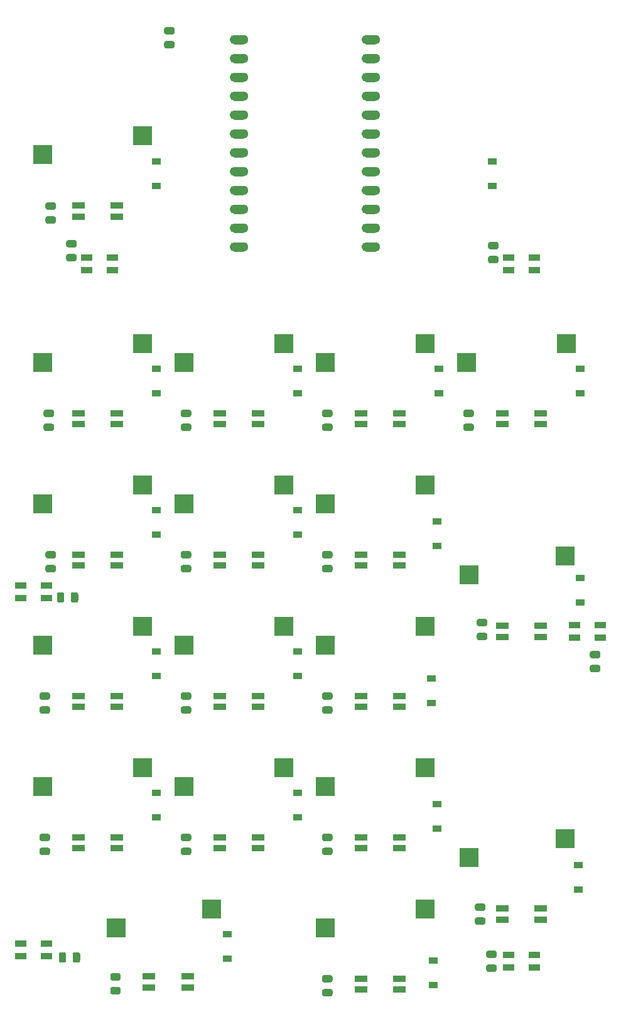
<source format=gbr>
%TF.GenerationSoftware,KiCad,Pcbnew,(5.1.6)-1*%
%TF.CreationDate,2021-03-03T01:18:26-05:00*%
%TF.ProjectId,Numpadulator,4e756d70-6164-4756-9c61-746f722e6b69,rev?*%
%TF.SameCoordinates,Original*%
%TF.FileFunction,Paste,Bot*%
%TF.FilePolarity,Positive*%
%FSLAX46Y46*%
G04 Gerber Fmt 4.6, Leading zero omitted, Abs format (unit mm)*
G04 Created by KiCad (PCBNEW (5.1.6)-1) date 2021-03-03 01:18:26*
%MOMM*%
%LPD*%
G01*
G04 APERTURE LIST*
%ADD10R,1.600000X0.850000*%
%ADD11R,2.550000X2.500000*%
%ADD12R,1.800000X0.900000*%
%ADD13R,1.200000X0.900000*%
G04 APERTURE END LIST*
%TO.C,C24*%
G36*
G01*
X130099750Y-122370000D02*
X131012250Y-122370000D01*
G75*
G02*
X131256000Y-122613750I0J-243750D01*
G01*
X131256000Y-123101250D01*
G75*
G02*
X131012250Y-123345000I-243750J0D01*
G01*
X130099750Y-123345000D01*
G75*
G02*
X129856000Y-123101250I0J243750D01*
G01*
X129856000Y-122613750D01*
G75*
G02*
X130099750Y-122370000I243750J0D01*
G01*
G37*
G36*
G01*
X130099750Y-120495000D02*
X131012250Y-120495000D01*
G75*
G02*
X131256000Y-120738750I0J-243750D01*
G01*
X131256000Y-121226250D01*
G75*
G02*
X131012250Y-121470000I-243750J0D01*
G01*
X130099750Y-121470000D01*
G75*
G02*
X129856000Y-121226250I0J243750D01*
G01*
X129856000Y-120738750D01*
G75*
G02*
X130099750Y-120495000I243750J0D01*
G01*
G37*
%TD*%
%TO.C,C23*%
G36*
G01*
X116129750Y-162756000D02*
X117042250Y-162756000D01*
G75*
G02*
X117286000Y-162999750I0J-243750D01*
G01*
X117286000Y-163487250D01*
G75*
G02*
X117042250Y-163731000I-243750J0D01*
G01*
X116129750Y-163731000D01*
G75*
G02*
X115886000Y-163487250I0J243750D01*
G01*
X115886000Y-162999750D01*
G75*
G02*
X116129750Y-162756000I243750J0D01*
G01*
G37*
G36*
G01*
X116129750Y-160881000D02*
X117042250Y-160881000D01*
G75*
G02*
X117286000Y-161124750I0J-243750D01*
G01*
X117286000Y-161612250D01*
G75*
G02*
X117042250Y-161856000I-243750J0D01*
G01*
X116129750Y-161856000D01*
G75*
G02*
X115886000Y-161612250I0J243750D01*
G01*
X115886000Y-161124750D01*
G75*
G02*
X116129750Y-160881000I243750J0D01*
G01*
G37*
%TD*%
%TO.C,C22*%
G36*
G01*
X117296250Y-66352000D02*
X116383750Y-66352000D01*
G75*
G02*
X116140000Y-66108250I0J243750D01*
G01*
X116140000Y-65620750D01*
G75*
G02*
X116383750Y-65377000I243750J0D01*
G01*
X117296250Y-65377000D01*
G75*
G02*
X117540000Y-65620750I0J-243750D01*
G01*
X117540000Y-66108250D01*
G75*
G02*
X117296250Y-66352000I-243750J0D01*
G01*
G37*
G36*
G01*
X117296250Y-68227000D02*
X116383750Y-68227000D01*
G75*
G02*
X116140000Y-67983250I0J243750D01*
G01*
X116140000Y-67495750D01*
G75*
G02*
X116383750Y-67252000I243750J0D01*
G01*
X117296250Y-67252000D01*
G75*
G02*
X117540000Y-67495750I0J-243750D01*
G01*
X117540000Y-67983250D01*
G75*
G02*
X117296250Y-68227000I-243750J0D01*
G01*
G37*
%TD*%
%TO.C,C21*%
G36*
G01*
X60400250Y-66098000D02*
X59487750Y-66098000D01*
G75*
G02*
X59244000Y-65854250I0J243750D01*
G01*
X59244000Y-65366750D01*
G75*
G02*
X59487750Y-65123000I243750J0D01*
G01*
X60400250Y-65123000D01*
G75*
G02*
X60644000Y-65366750I0J-243750D01*
G01*
X60644000Y-65854250D01*
G75*
G02*
X60400250Y-66098000I-243750J0D01*
G01*
G37*
G36*
G01*
X60400250Y-67973000D02*
X59487750Y-67973000D01*
G75*
G02*
X59244000Y-67729250I0J243750D01*
G01*
X59244000Y-67241750D01*
G75*
G02*
X59487750Y-66998000I243750J0D01*
G01*
X60400250Y-66998000D01*
G75*
G02*
X60644000Y-67241750I0J-243750D01*
G01*
X60644000Y-67729250D01*
G75*
G02*
X60400250Y-67973000I-243750J0D01*
G01*
G37*
%TD*%
%TO.C,C20*%
G36*
G01*
X60140000Y-162254250D02*
X60140000Y-161341750D01*
G75*
G02*
X60383750Y-161098000I243750J0D01*
G01*
X60871250Y-161098000D01*
G75*
G02*
X61115000Y-161341750I0J-243750D01*
G01*
X61115000Y-162254250D01*
G75*
G02*
X60871250Y-162498000I-243750J0D01*
G01*
X60383750Y-162498000D01*
G75*
G02*
X60140000Y-162254250I0J243750D01*
G01*
G37*
G36*
G01*
X58265000Y-162254250D02*
X58265000Y-161341750D01*
G75*
G02*
X58508750Y-161098000I243750J0D01*
G01*
X58996250Y-161098000D01*
G75*
G02*
X59240000Y-161341750I0J-243750D01*
G01*
X59240000Y-162254250D01*
G75*
G02*
X58996250Y-162498000I-243750J0D01*
G01*
X58508750Y-162498000D01*
G75*
G02*
X58265000Y-162254250I0J243750D01*
G01*
G37*
%TD*%
%TO.C,C19*%
G36*
G01*
X59886000Y-113740250D02*
X59886000Y-112827750D01*
G75*
G02*
X60129750Y-112584000I243750J0D01*
G01*
X60617250Y-112584000D01*
G75*
G02*
X60861000Y-112827750I0J-243750D01*
G01*
X60861000Y-113740250D01*
G75*
G02*
X60617250Y-113984000I-243750J0D01*
G01*
X60129750Y-113984000D01*
G75*
G02*
X59886000Y-113740250I0J243750D01*
G01*
G37*
G36*
G01*
X58011000Y-113740250D02*
X58011000Y-112827750D01*
G75*
G02*
X58254750Y-112584000I243750J0D01*
G01*
X58742250Y-112584000D01*
G75*
G02*
X58986000Y-112827750I0J-243750D01*
G01*
X58986000Y-113740250D01*
G75*
G02*
X58742250Y-113984000I-243750J0D01*
G01*
X58254750Y-113984000D01*
G75*
G02*
X58011000Y-113740250I0J243750D01*
G01*
G37*
%TD*%
D10*
%TO.C,D28*%
X122400000Y-161431000D03*
X122400000Y-163181000D03*
X118900000Y-161431000D03*
X118900000Y-163181000D03*
%TD*%
%TO.C,D27*%
X53114000Y-161657000D03*
X53114000Y-159907000D03*
X56614000Y-161657000D03*
X56614000Y-159907000D03*
%TD*%
%TO.C,D26*%
X127790000Y-118731000D03*
X127790000Y-116981000D03*
X131290000Y-118731000D03*
X131290000Y-116981000D03*
%TD*%
%TO.C,D25*%
X56614000Y-111647000D03*
X56614000Y-113397000D03*
X53114000Y-111647000D03*
X53114000Y-113397000D03*
%TD*%
%TO.C,D24*%
X122400000Y-67451000D03*
X122400000Y-69201000D03*
X118900000Y-67451000D03*
X118900000Y-69201000D03*
%TD*%
%TO.C,D23*%
X65504000Y-67451000D03*
X65504000Y-69201000D03*
X62004000Y-67451000D03*
X62004000Y-69201000D03*
%TD*%
%TO.C,R1*%
G36*
G01*
X72695750Y-38296000D02*
X73608250Y-38296000D01*
G75*
G02*
X73852000Y-38539750I0J-243750D01*
G01*
X73852000Y-39027250D01*
G75*
G02*
X73608250Y-39271000I-243750J0D01*
G01*
X72695750Y-39271000D01*
G75*
G02*
X72452000Y-39027250I0J243750D01*
G01*
X72452000Y-38539750D01*
G75*
G02*
X72695750Y-38296000I243750J0D01*
G01*
G37*
G36*
G01*
X72695750Y-36421000D02*
X73608250Y-36421000D01*
G75*
G02*
X73852000Y-36664750I0J-243750D01*
G01*
X73852000Y-37152250D01*
G75*
G02*
X73608250Y-37396000I-243750J0D01*
G01*
X72695750Y-37396000D01*
G75*
G02*
X72452000Y-37152250I0J243750D01*
G01*
X72452000Y-36664750D01*
G75*
G02*
X72695750Y-36421000I243750J0D01*
G01*
G37*
%TD*%
D11*
%TO.C,MX2*%
X126492000Y-107696000D03*
X113565000Y-110236000D03*
%TD*%
%TO.C,MX3*%
X126492000Y-145796000D03*
X113565000Y-148336000D03*
%TD*%
D12*
%TO.C,SW16*%
X123250000Y-88437500D03*
X123250000Y-89937500D03*
X118050000Y-89937500D03*
X118050000Y-88437500D03*
D11*
X126665000Y-79057500D03*
X113240000Y-81597500D03*
%TD*%
D12*
%TO.C,SW2*%
X66100000Y-88437500D03*
X66100000Y-89937500D03*
X60900000Y-89937500D03*
X60900000Y-88437500D03*
D11*
X69515000Y-79057500D03*
X56090000Y-81597500D03*
%TD*%
D12*
%TO.C,SW1*%
X66100000Y-60434000D03*
X66100000Y-61934000D03*
X60900000Y-61934000D03*
X60900000Y-60434000D03*
D11*
X69515000Y-51054000D03*
X56090000Y-53594000D03*
%TD*%
D12*
%TO.C,SW12*%
X104200000Y-107487500D03*
X104200000Y-108987500D03*
X99000000Y-108987500D03*
X99000000Y-107487500D03*
D11*
X107615000Y-98107500D03*
X94190000Y-100647500D03*
%TD*%
%TO.C,MX1*%
X78867000Y-155257500D03*
X65940000Y-157797500D03*
%TD*%
D12*
%TO.C,SW15*%
X104200000Y-164637500D03*
X104200000Y-166137500D03*
X99000000Y-166137500D03*
X99000000Y-164637500D03*
D11*
X107615000Y-155257500D03*
X94190000Y-157797500D03*
%TD*%
D12*
%TO.C,SW14*%
X104200000Y-145587500D03*
X104200000Y-147087500D03*
X99000000Y-147087500D03*
X99000000Y-145587500D03*
D11*
X107615000Y-136207500D03*
X94190000Y-138747500D03*
%TD*%
D12*
%TO.C,SW13*%
X104200000Y-126537500D03*
X104200000Y-128037500D03*
X99000000Y-128037500D03*
X99000000Y-126537500D03*
D11*
X107615000Y-117157500D03*
X94190000Y-119697500D03*
%TD*%
D12*
%TO.C,SW11*%
X104200000Y-88437500D03*
X104200000Y-89937500D03*
X99000000Y-89937500D03*
X99000000Y-88437500D03*
D11*
X107615000Y-79057500D03*
X94190000Y-81597500D03*
%TD*%
D12*
%TO.C,SW10*%
X85150000Y-145587500D03*
X85150000Y-147087500D03*
X79950000Y-147087500D03*
X79950000Y-145587500D03*
D11*
X88565000Y-136207500D03*
X75140000Y-138747500D03*
%TD*%
D12*
%TO.C,SW9*%
X85150000Y-126537500D03*
X85150000Y-128037500D03*
X79950000Y-128037500D03*
X79950000Y-126537500D03*
D11*
X88565000Y-117157500D03*
X75140000Y-119697500D03*
%TD*%
D12*
%TO.C,SW8*%
X85150000Y-107487500D03*
X85150000Y-108987500D03*
X79950000Y-108987500D03*
X79950000Y-107487500D03*
D11*
X88565000Y-98107500D03*
X75140000Y-100647500D03*
%TD*%
D12*
%TO.C,SW7*%
X85150000Y-88437500D03*
X85150000Y-89937500D03*
X79950000Y-89937500D03*
X79950000Y-88437500D03*
D11*
X88565000Y-79057500D03*
X75140000Y-81597500D03*
%TD*%
D12*
%TO.C,SW5*%
X66100000Y-145587500D03*
X66100000Y-147087500D03*
X60900000Y-147087500D03*
X60900000Y-145587500D03*
D11*
X69515000Y-136207500D03*
X56090000Y-138747500D03*
%TD*%
D12*
%TO.C,SW4*%
X66100000Y-126537500D03*
X66100000Y-128037500D03*
X60900000Y-128037500D03*
X60900000Y-126537500D03*
D11*
X69515000Y-117157500D03*
X56090000Y-119697500D03*
%TD*%
D12*
%TO.C,SW3*%
X66100000Y-107487500D03*
X66100000Y-108987500D03*
X60900000Y-108987500D03*
X60900000Y-107487500D03*
D11*
X69515000Y-98107500D03*
X56090000Y-100647500D03*
%TD*%
D12*
%TO.C,D22*%
X123250000Y-155206000D03*
X123250000Y-156706000D03*
X118050000Y-156706000D03*
X118050000Y-155206000D03*
%TD*%
%TO.C,D21*%
X123250000Y-117106000D03*
X123250000Y-118606000D03*
X118050000Y-118606000D03*
X118050000Y-117106000D03*
%TD*%
%TO.C,D20*%
X70425000Y-164350000D03*
X70425000Y-165850000D03*
X75625000Y-165850000D03*
X75625000Y-164350000D03*
%TD*%
%TO.C,U1*%
G36*
G01*
X101600000Y-38100000D02*
X101600000Y-38100000D01*
G75*
G02*
X100965000Y-38735000I-635000J0D01*
G01*
X99695000Y-38735000D01*
G75*
G02*
X99060000Y-38100000I0J635000D01*
G01*
X99060000Y-38100000D01*
G75*
G02*
X99695000Y-37465000I635000J0D01*
G01*
X100965000Y-37465000D01*
G75*
G02*
X101600000Y-38100000I0J-635000D01*
G01*
G37*
G36*
G01*
X101600000Y-40640000D02*
X101600000Y-40640000D01*
G75*
G02*
X100965000Y-41275000I-635000J0D01*
G01*
X99695000Y-41275000D01*
G75*
G02*
X99060000Y-40640000I0J635000D01*
G01*
X99060000Y-40640000D01*
G75*
G02*
X99695000Y-40005000I635000J0D01*
G01*
X100965000Y-40005000D01*
G75*
G02*
X101600000Y-40640000I0J-635000D01*
G01*
G37*
G36*
G01*
X101600000Y-43180000D02*
X101600000Y-43180000D01*
G75*
G02*
X100965000Y-43815000I-635000J0D01*
G01*
X99695000Y-43815000D01*
G75*
G02*
X99060000Y-43180000I0J635000D01*
G01*
X99060000Y-43180000D01*
G75*
G02*
X99695000Y-42545000I635000J0D01*
G01*
X100965000Y-42545000D01*
G75*
G02*
X101600000Y-43180000I0J-635000D01*
G01*
G37*
G36*
G01*
X101600000Y-45720000D02*
X101600000Y-45720000D01*
G75*
G02*
X100965000Y-46355000I-635000J0D01*
G01*
X99695000Y-46355000D01*
G75*
G02*
X99060000Y-45720000I0J635000D01*
G01*
X99060000Y-45720000D01*
G75*
G02*
X99695000Y-45085000I635000J0D01*
G01*
X100965000Y-45085000D01*
G75*
G02*
X101600000Y-45720000I0J-635000D01*
G01*
G37*
G36*
G01*
X101600000Y-48260000D02*
X101600000Y-48260000D01*
G75*
G02*
X100965000Y-48895000I-635000J0D01*
G01*
X99695000Y-48895000D01*
G75*
G02*
X99060000Y-48260000I0J635000D01*
G01*
X99060000Y-48260000D01*
G75*
G02*
X99695000Y-47625000I635000J0D01*
G01*
X100965000Y-47625000D01*
G75*
G02*
X101600000Y-48260000I0J-635000D01*
G01*
G37*
G36*
G01*
X101600000Y-50800000D02*
X101600000Y-50800000D01*
G75*
G02*
X100965000Y-51435000I-635000J0D01*
G01*
X99695000Y-51435000D01*
G75*
G02*
X99060000Y-50800000I0J635000D01*
G01*
X99060000Y-50800000D01*
G75*
G02*
X99695000Y-50165000I635000J0D01*
G01*
X100965000Y-50165000D01*
G75*
G02*
X101600000Y-50800000I0J-635000D01*
G01*
G37*
G36*
G01*
X101600000Y-53340000D02*
X101600000Y-53340000D01*
G75*
G02*
X100965000Y-53975000I-635000J0D01*
G01*
X99695000Y-53975000D01*
G75*
G02*
X99060000Y-53340000I0J635000D01*
G01*
X99060000Y-53340000D01*
G75*
G02*
X99695000Y-52705000I635000J0D01*
G01*
X100965000Y-52705000D01*
G75*
G02*
X101600000Y-53340000I0J-635000D01*
G01*
G37*
G36*
G01*
X101600000Y-55880000D02*
X101600000Y-55880000D01*
G75*
G02*
X100965000Y-56515000I-635000J0D01*
G01*
X99695000Y-56515000D01*
G75*
G02*
X99060000Y-55880000I0J635000D01*
G01*
X99060000Y-55880000D01*
G75*
G02*
X99695000Y-55245000I635000J0D01*
G01*
X100965000Y-55245000D01*
G75*
G02*
X101600000Y-55880000I0J-635000D01*
G01*
G37*
G36*
G01*
X101600000Y-58420000D02*
X101600000Y-58420000D01*
G75*
G02*
X100965000Y-59055000I-635000J0D01*
G01*
X99695000Y-59055000D01*
G75*
G02*
X99060000Y-58420000I0J635000D01*
G01*
X99060000Y-58420000D01*
G75*
G02*
X99695000Y-57785000I635000J0D01*
G01*
X100965000Y-57785000D01*
G75*
G02*
X101600000Y-58420000I0J-635000D01*
G01*
G37*
G36*
G01*
X101600000Y-60960000D02*
X101600000Y-60960000D01*
G75*
G02*
X100965000Y-61595000I-635000J0D01*
G01*
X99695000Y-61595000D01*
G75*
G02*
X99060000Y-60960000I0J635000D01*
G01*
X99060000Y-60960000D01*
G75*
G02*
X99695000Y-60325000I635000J0D01*
G01*
X100965000Y-60325000D01*
G75*
G02*
X101600000Y-60960000I0J-635000D01*
G01*
G37*
G36*
G01*
X101600000Y-63500000D02*
X101600000Y-63500000D01*
G75*
G02*
X100965000Y-64135000I-635000J0D01*
G01*
X99695000Y-64135000D01*
G75*
G02*
X99060000Y-63500000I0J635000D01*
G01*
X99060000Y-63500000D01*
G75*
G02*
X99695000Y-62865000I635000J0D01*
G01*
X100965000Y-62865000D01*
G75*
G02*
X101600000Y-63500000I0J-635000D01*
G01*
G37*
G36*
G01*
X101600000Y-66040000D02*
X101600000Y-66040000D01*
G75*
G02*
X100965000Y-66675000I-635000J0D01*
G01*
X99695000Y-66675000D01*
G75*
G02*
X99060000Y-66040000I0J635000D01*
G01*
X99060000Y-66040000D01*
G75*
G02*
X99695000Y-65405000I635000J0D01*
G01*
X100965000Y-65405000D01*
G75*
G02*
X101600000Y-66040000I0J-635000D01*
G01*
G37*
G36*
G01*
X83820000Y-66040000D02*
X83820000Y-66040000D01*
G75*
G02*
X83185000Y-66675000I-635000J0D01*
G01*
X81915000Y-66675000D01*
G75*
G02*
X81280000Y-66040000I0J635000D01*
G01*
X81280000Y-66040000D01*
G75*
G02*
X81915000Y-65405000I635000J0D01*
G01*
X83185000Y-65405000D01*
G75*
G02*
X83820000Y-66040000I0J-635000D01*
G01*
G37*
G36*
G01*
X83820000Y-63500000D02*
X83820000Y-63500000D01*
G75*
G02*
X83185000Y-64135000I-635000J0D01*
G01*
X81915000Y-64135000D01*
G75*
G02*
X81280000Y-63500000I0J635000D01*
G01*
X81280000Y-63500000D01*
G75*
G02*
X81915000Y-62865000I635000J0D01*
G01*
X83185000Y-62865000D01*
G75*
G02*
X83820000Y-63500000I0J-635000D01*
G01*
G37*
G36*
G01*
X83820000Y-60960000D02*
X83820000Y-60960000D01*
G75*
G02*
X83185000Y-61595000I-635000J0D01*
G01*
X81915000Y-61595000D01*
G75*
G02*
X81280000Y-60960000I0J635000D01*
G01*
X81280000Y-60960000D01*
G75*
G02*
X81915000Y-60325000I635000J0D01*
G01*
X83185000Y-60325000D01*
G75*
G02*
X83820000Y-60960000I0J-635000D01*
G01*
G37*
G36*
G01*
X83820000Y-58420000D02*
X83820000Y-58420000D01*
G75*
G02*
X83185000Y-59055000I-635000J0D01*
G01*
X81915000Y-59055000D01*
G75*
G02*
X81280000Y-58420000I0J635000D01*
G01*
X81280000Y-58420000D01*
G75*
G02*
X81915000Y-57785000I635000J0D01*
G01*
X83185000Y-57785000D01*
G75*
G02*
X83820000Y-58420000I0J-635000D01*
G01*
G37*
G36*
G01*
X83820000Y-55880000D02*
X83820000Y-55880000D01*
G75*
G02*
X83185000Y-56515000I-635000J0D01*
G01*
X81915000Y-56515000D01*
G75*
G02*
X81280000Y-55880000I0J635000D01*
G01*
X81280000Y-55880000D01*
G75*
G02*
X81915000Y-55245000I635000J0D01*
G01*
X83185000Y-55245000D01*
G75*
G02*
X83820000Y-55880000I0J-635000D01*
G01*
G37*
G36*
G01*
X83820000Y-53340000D02*
X83820000Y-53340000D01*
G75*
G02*
X83185000Y-53975000I-635000J0D01*
G01*
X81915000Y-53975000D01*
G75*
G02*
X81280000Y-53340000I0J635000D01*
G01*
X81280000Y-53340000D01*
G75*
G02*
X81915000Y-52705000I635000J0D01*
G01*
X83185000Y-52705000D01*
G75*
G02*
X83820000Y-53340000I0J-635000D01*
G01*
G37*
G36*
G01*
X83820000Y-50800000D02*
X83820000Y-50800000D01*
G75*
G02*
X83185000Y-51435000I-635000J0D01*
G01*
X81915000Y-51435000D01*
G75*
G02*
X81280000Y-50800000I0J635000D01*
G01*
X81280000Y-50800000D01*
G75*
G02*
X81915000Y-50165000I635000J0D01*
G01*
X83185000Y-50165000D01*
G75*
G02*
X83820000Y-50800000I0J-635000D01*
G01*
G37*
G36*
G01*
X83820000Y-48260000D02*
X83820000Y-48260000D01*
G75*
G02*
X83185000Y-48895000I-635000J0D01*
G01*
X81915000Y-48895000D01*
G75*
G02*
X81280000Y-48260000I0J635000D01*
G01*
X81280000Y-48260000D01*
G75*
G02*
X81915000Y-47625000I635000J0D01*
G01*
X83185000Y-47625000D01*
G75*
G02*
X83820000Y-48260000I0J-635000D01*
G01*
G37*
G36*
G01*
X83820000Y-38100000D02*
X83820000Y-38100000D01*
G75*
G02*
X83185000Y-38735000I-635000J0D01*
G01*
X81915000Y-38735000D01*
G75*
G02*
X81280000Y-38100000I0J635000D01*
G01*
X81280000Y-38100000D01*
G75*
G02*
X81915000Y-37465000I635000J0D01*
G01*
X83185000Y-37465000D01*
G75*
G02*
X83820000Y-38100000I0J-635000D01*
G01*
G37*
G36*
G01*
X83820000Y-40640000D02*
X83820000Y-40640000D01*
G75*
G02*
X83185000Y-41275000I-635000J0D01*
G01*
X81915000Y-41275000D01*
G75*
G02*
X81280000Y-40640000I0J635000D01*
G01*
X81280000Y-40640000D01*
G75*
G02*
X81915000Y-40005000I635000J0D01*
G01*
X83185000Y-40005000D01*
G75*
G02*
X83820000Y-40640000I0J-635000D01*
G01*
G37*
G36*
G01*
X83820000Y-43180000D02*
X83820000Y-43180000D01*
G75*
G02*
X83185000Y-43815000I-635000J0D01*
G01*
X81915000Y-43815000D01*
G75*
G02*
X81280000Y-43180000I0J635000D01*
G01*
X81280000Y-43180000D01*
G75*
G02*
X81915000Y-42545000I635000J0D01*
G01*
X83185000Y-42545000D01*
G75*
G02*
X83820000Y-43180000I0J-635000D01*
G01*
G37*
G36*
G01*
X83820000Y-45720000D02*
X83820000Y-45720000D01*
G75*
G02*
X83185000Y-46355000I-635000J0D01*
G01*
X81915000Y-46355000D01*
G75*
G02*
X81280000Y-45720000I0J635000D01*
G01*
X81280000Y-45720000D01*
G75*
G02*
X81915000Y-45085000I635000J0D01*
G01*
X83185000Y-45085000D01*
G75*
G02*
X83820000Y-45720000I0J-635000D01*
G01*
G37*
%TD*%
D13*
%TO.C,D19*%
X116681250Y-54547500D03*
X116681250Y-57847500D03*
%TD*%
%TO.C,D18*%
X128270000Y-149354000D03*
X128270000Y-152654000D03*
%TD*%
%TO.C,D17*%
X128524000Y-110618000D03*
X128524000Y-113918000D03*
%TD*%
%TO.C,D16*%
X128587500Y-82487500D03*
X128587500Y-85787500D03*
%TD*%
%TO.C,D15*%
X108712000Y-162180000D03*
X108712000Y-165480000D03*
%TD*%
%TO.C,D14*%
X109220000Y-141098000D03*
X109220000Y-144398000D03*
%TD*%
%TO.C,D13*%
X108458000Y-124206000D03*
X108458000Y-127506000D03*
%TD*%
%TO.C,D12*%
X109220000Y-102998000D03*
X109220000Y-106298000D03*
%TD*%
%TO.C,D11*%
X109537500Y-82487500D03*
X109537500Y-85787500D03*
%TD*%
%TO.C,D10*%
X90487500Y-139637500D03*
X90487500Y-142937500D03*
%TD*%
%TO.C,D9*%
X90487500Y-120587500D03*
X90487500Y-123887500D03*
%TD*%
%TO.C,D8*%
X90487500Y-101537500D03*
X90487500Y-104837500D03*
%TD*%
%TO.C,D7*%
X90487500Y-82487500D03*
X90487500Y-85787500D03*
%TD*%
%TO.C,D6*%
X80962500Y-158687500D03*
X80962500Y-161987500D03*
%TD*%
%TO.C,D5*%
X71437500Y-139637500D03*
X71437500Y-142937500D03*
%TD*%
%TO.C,D4*%
X71437500Y-120587500D03*
X71437500Y-123887500D03*
%TD*%
%TO.C,D3*%
X71437500Y-101537500D03*
X71437500Y-104837500D03*
%TD*%
%TO.C,D2*%
X71437500Y-82487500D03*
X71437500Y-85787500D03*
%TD*%
%TO.C,D1*%
X71437500Y-54547500D03*
X71437500Y-57847500D03*
%TD*%
%TO.C,C18*%
G36*
G01*
X114605750Y-156406000D02*
X115518250Y-156406000D01*
G75*
G02*
X115762000Y-156649750I0J-243750D01*
G01*
X115762000Y-157137250D01*
G75*
G02*
X115518250Y-157381000I-243750J0D01*
G01*
X114605750Y-157381000D01*
G75*
G02*
X114362000Y-157137250I0J243750D01*
G01*
X114362000Y-156649750D01*
G75*
G02*
X114605750Y-156406000I243750J0D01*
G01*
G37*
G36*
G01*
X114605750Y-154531000D02*
X115518250Y-154531000D01*
G75*
G02*
X115762000Y-154774750I0J-243750D01*
G01*
X115762000Y-155262250D01*
G75*
G02*
X115518250Y-155506000I-243750J0D01*
G01*
X114605750Y-155506000D01*
G75*
G02*
X114362000Y-155262250I0J243750D01*
G01*
X114362000Y-154774750D01*
G75*
G02*
X114605750Y-154531000I243750J0D01*
G01*
G37*
%TD*%
%TO.C,C17*%
G36*
G01*
X114859750Y-118052000D02*
X115772250Y-118052000D01*
G75*
G02*
X116016000Y-118295750I0J-243750D01*
G01*
X116016000Y-118783250D01*
G75*
G02*
X115772250Y-119027000I-243750J0D01*
G01*
X114859750Y-119027000D01*
G75*
G02*
X114616000Y-118783250I0J243750D01*
G01*
X114616000Y-118295750D01*
G75*
G02*
X114859750Y-118052000I243750J0D01*
G01*
G37*
G36*
G01*
X114859750Y-116177000D02*
X115772250Y-116177000D01*
G75*
G02*
X116016000Y-116420750I0J-243750D01*
G01*
X116016000Y-116908250D01*
G75*
G02*
X115772250Y-117152000I-243750J0D01*
G01*
X114859750Y-117152000D01*
G75*
G02*
X114616000Y-116908250I0J243750D01*
G01*
X114616000Y-116420750D01*
G75*
G02*
X114859750Y-116177000I243750J0D01*
G01*
G37*
%TD*%
%TO.C,C16*%
G36*
G01*
X113050000Y-89858000D02*
X113962500Y-89858000D01*
G75*
G02*
X114206250Y-90101750I0J-243750D01*
G01*
X114206250Y-90589250D01*
G75*
G02*
X113962500Y-90833000I-243750J0D01*
G01*
X113050000Y-90833000D01*
G75*
G02*
X112806250Y-90589250I0J243750D01*
G01*
X112806250Y-90101750D01*
G75*
G02*
X113050000Y-89858000I243750J0D01*
G01*
G37*
G36*
G01*
X113050000Y-87983000D02*
X113962500Y-87983000D01*
G75*
G02*
X114206250Y-88226750I0J-243750D01*
G01*
X114206250Y-88714250D01*
G75*
G02*
X113962500Y-88958000I-243750J0D01*
G01*
X113050000Y-88958000D01*
G75*
G02*
X112806250Y-88714250I0J243750D01*
G01*
X112806250Y-88226750D01*
G75*
G02*
X113050000Y-87983000I243750J0D01*
G01*
G37*
%TD*%
%TO.C,C15*%
G36*
G01*
X94000000Y-166058000D02*
X94912500Y-166058000D01*
G75*
G02*
X95156250Y-166301750I0J-243750D01*
G01*
X95156250Y-166789250D01*
G75*
G02*
X94912500Y-167033000I-243750J0D01*
G01*
X94000000Y-167033000D01*
G75*
G02*
X93756250Y-166789250I0J243750D01*
G01*
X93756250Y-166301750D01*
G75*
G02*
X94000000Y-166058000I243750J0D01*
G01*
G37*
G36*
G01*
X94000000Y-164183000D02*
X94912500Y-164183000D01*
G75*
G02*
X95156250Y-164426750I0J-243750D01*
G01*
X95156250Y-164914250D01*
G75*
G02*
X94912500Y-165158000I-243750J0D01*
G01*
X94000000Y-165158000D01*
G75*
G02*
X93756250Y-164914250I0J243750D01*
G01*
X93756250Y-164426750D01*
G75*
G02*
X94000000Y-164183000I243750J0D01*
G01*
G37*
%TD*%
%TO.C,C14*%
G36*
G01*
X94000000Y-147008000D02*
X94912500Y-147008000D01*
G75*
G02*
X95156250Y-147251750I0J-243750D01*
G01*
X95156250Y-147739250D01*
G75*
G02*
X94912500Y-147983000I-243750J0D01*
G01*
X94000000Y-147983000D01*
G75*
G02*
X93756250Y-147739250I0J243750D01*
G01*
X93756250Y-147251750D01*
G75*
G02*
X94000000Y-147008000I243750J0D01*
G01*
G37*
G36*
G01*
X94000000Y-145133000D02*
X94912500Y-145133000D01*
G75*
G02*
X95156250Y-145376750I0J-243750D01*
G01*
X95156250Y-145864250D01*
G75*
G02*
X94912500Y-146108000I-243750J0D01*
G01*
X94000000Y-146108000D01*
G75*
G02*
X93756250Y-145864250I0J243750D01*
G01*
X93756250Y-145376750D01*
G75*
G02*
X94000000Y-145133000I243750J0D01*
G01*
G37*
%TD*%
%TO.C,C13*%
G36*
G01*
X94000000Y-127958000D02*
X94912500Y-127958000D01*
G75*
G02*
X95156250Y-128201750I0J-243750D01*
G01*
X95156250Y-128689250D01*
G75*
G02*
X94912500Y-128933000I-243750J0D01*
G01*
X94000000Y-128933000D01*
G75*
G02*
X93756250Y-128689250I0J243750D01*
G01*
X93756250Y-128201750D01*
G75*
G02*
X94000000Y-127958000I243750J0D01*
G01*
G37*
G36*
G01*
X94000000Y-126083000D02*
X94912500Y-126083000D01*
G75*
G02*
X95156250Y-126326750I0J-243750D01*
G01*
X95156250Y-126814250D01*
G75*
G02*
X94912500Y-127058000I-243750J0D01*
G01*
X94000000Y-127058000D01*
G75*
G02*
X93756250Y-126814250I0J243750D01*
G01*
X93756250Y-126326750D01*
G75*
G02*
X94000000Y-126083000I243750J0D01*
G01*
G37*
%TD*%
%TO.C,C12*%
G36*
G01*
X94000000Y-108908000D02*
X94912500Y-108908000D01*
G75*
G02*
X95156250Y-109151750I0J-243750D01*
G01*
X95156250Y-109639250D01*
G75*
G02*
X94912500Y-109883000I-243750J0D01*
G01*
X94000000Y-109883000D01*
G75*
G02*
X93756250Y-109639250I0J243750D01*
G01*
X93756250Y-109151750D01*
G75*
G02*
X94000000Y-108908000I243750J0D01*
G01*
G37*
G36*
G01*
X94000000Y-107033000D02*
X94912500Y-107033000D01*
G75*
G02*
X95156250Y-107276750I0J-243750D01*
G01*
X95156250Y-107764250D01*
G75*
G02*
X94912500Y-108008000I-243750J0D01*
G01*
X94000000Y-108008000D01*
G75*
G02*
X93756250Y-107764250I0J243750D01*
G01*
X93756250Y-107276750D01*
G75*
G02*
X94000000Y-107033000I243750J0D01*
G01*
G37*
%TD*%
%TO.C,C11*%
G36*
G01*
X94000000Y-89858000D02*
X94912500Y-89858000D01*
G75*
G02*
X95156250Y-90101750I0J-243750D01*
G01*
X95156250Y-90589250D01*
G75*
G02*
X94912500Y-90833000I-243750J0D01*
G01*
X94000000Y-90833000D01*
G75*
G02*
X93756250Y-90589250I0J243750D01*
G01*
X93756250Y-90101750D01*
G75*
G02*
X94000000Y-89858000I243750J0D01*
G01*
G37*
G36*
G01*
X94000000Y-87983000D02*
X94912500Y-87983000D01*
G75*
G02*
X95156250Y-88226750I0J-243750D01*
G01*
X95156250Y-88714250D01*
G75*
G02*
X94912500Y-88958000I-243750J0D01*
G01*
X94000000Y-88958000D01*
G75*
G02*
X93756250Y-88714250I0J243750D01*
G01*
X93756250Y-88226750D01*
G75*
G02*
X94000000Y-87983000I243750J0D01*
G01*
G37*
%TD*%
%TO.C,C10*%
G36*
G01*
X74950000Y-147008000D02*
X75862500Y-147008000D01*
G75*
G02*
X76106250Y-147251750I0J-243750D01*
G01*
X76106250Y-147739250D01*
G75*
G02*
X75862500Y-147983000I-243750J0D01*
G01*
X74950000Y-147983000D01*
G75*
G02*
X74706250Y-147739250I0J243750D01*
G01*
X74706250Y-147251750D01*
G75*
G02*
X74950000Y-147008000I243750J0D01*
G01*
G37*
G36*
G01*
X74950000Y-145133000D02*
X75862500Y-145133000D01*
G75*
G02*
X76106250Y-145376750I0J-243750D01*
G01*
X76106250Y-145864250D01*
G75*
G02*
X75862500Y-146108000I-243750J0D01*
G01*
X74950000Y-146108000D01*
G75*
G02*
X74706250Y-145864250I0J243750D01*
G01*
X74706250Y-145376750D01*
G75*
G02*
X74950000Y-145133000I243750J0D01*
G01*
G37*
%TD*%
%TO.C,C9*%
G36*
G01*
X74950000Y-127958000D02*
X75862500Y-127958000D01*
G75*
G02*
X76106250Y-128201750I0J-243750D01*
G01*
X76106250Y-128689250D01*
G75*
G02*
X75862500Y-128933000I-243750J0D01*
G01*
X74950000Y-128933000D01*
G75*
G02*
X74706250Y-128689250I0J243750D01*
G01*
X74706250Y-128201750D01*
G75*
G02*
X74950000Y-127958000I243750J0D01*
G01*
G37*
G36*
G01*
X74950000Y-126083000D02*
X75862500Y-126083000D01*
G75*
G02*
X76106250Y-126326750I0J-243750D01*
G01*
X76106250Y-126814250D01*
G75*
G02*
X75862500Y-127058000I-243750J0D01*
G01*
X74950000Y-127058000D01*
G75*
G02*
X74706250Y-126814250I0J243750D01*
G01*
X74706250Y-126326750D01*
G75*
G02*
X74950000Y-126083000I243750J0D01*
G01*
G37*
%TD*%
%TO.C,C8*%
G36*
G01*
X74950000Y-108908000D02*
X75862500Y-108908000D01*
G75*
G02*
X76106250Y-109151750I0J-243750D01*
G01*
X76106250Y-109639250D01*
G75*
G02*
X75862500Y-109883000I-243750J0D01*
G01*
X74950000Y-109883000D01*
G75*
G02*
X74706250Y-109639250I0J243750D01*
G01*
X74706250Y-109151750D01*
G75*
G02*
X74950000Y-108908000I243750J0D01*
G01*
G37*
G36*
G01*
X74950000Y-107033000D02*
X75862500Y-107033000D01*
G75*
G02*
X76106250Y-107276750I0J-243750D01*
G01*
X76106250Y-107764250D01*
G75*
G02*
X75862500Y-108008000I-243750J0D01*
G01*
X74950000Y-108008000D01*
G75*
G02*
X74706250Y-107764250I0J243750D01*
G01*
X74706250Y-107276750D01*
G75*
G02*
X74950000Y-107033000I243750J0D01*
G01*
G37*
%TD*%
%TO.C,C7*%
G36*
G01*
X74950000Y-87983000D02*
X75862500Y-87983000D01*
G75*
G02*
X76106250Y-88226750I0J-243750D01*
G01*
X76106250Y-88714250D01*
G75*
G02*
X75862500Y-88958000I-243750J0D01*
G01*
X74950000Y-88958000D01*
G75*
G02*
X74706250Y-88714250I0J243750D01*
G01*
X74706250Y-88226750D01*
G75*
G02*
X74950000Y-87983000I243750J0D01*
G01*
G37*
G36*
G01*
X74950000Y-89858000D02*
X75862500Y-89858000D01*
G75*
G02*
X76106250Y-90101750I0J-243750D01*
G01*
X76106250Y-90589250D01*
G75*
G02*
X75862500Y-90833000I-243750J0D01*
G01*
X74950000Y-90833000D01*
G75*
G02*
X74706250Y-90589250I0J243750D01*
G01*
X74706250Y-90101750D01*
G75*
G02*
X74950000Y-89858000I243750J0D01*
G01*
G37*
%TD*%
%TO.C,C6*%
G36*
G01*
X65425000Y-165804000D02*
X66337500Y-165804000D01*
G75*
G02*
X66581250Y-166047750I0J-243750D01*
G01*
X66581250Y-166535250D01*
G75*
G02*
X66337500Y-166779000I-243750J0D01*
G01*
X65425000Y-166779000D01*
G75*
G02*
X65181250Y-166535250I0J243750D01*
G01*
X65181250Y-166047750D01*
G75*
G02*
X65425000Y-165804000I243750J0D01*
G01*
G37*
G36*
G01*
X65425000Y-163929000D02*
X66337500Y-163929000D01*
G75*
G02*
X66581250Y-164172750I0J-243750D01*
G01*
X66581250Y-164660250D01*
G75*
G02*
X66337500Y-164904000I-243750J0D01*
G01*
X65425000Y-164904000D01*
G75*
G02*
X65181250Y-164660250I0J243750D01*
G01*
X65181250Y-164172750D01*
G75*
G02*
X65425000Y-163929000I243750J0D01*
G01*
G37*
%TD*%
%TO.C,C5*%
G36*
G01*
X55900000Y-147008000D02*
X56812500Y-147008000D01*
G75*
G02*
X57056250Y-147251750I0J-243750D01*
G01*
X57056250Y-147739250D01*
G75*
G02*
X56812500Y-147983000I-243750J0D01*
G01*
X55900000Y-147983000D01*
G75*
G02*
X55656250Y-147739250I0J243750D01*
G01*
X55656250Y-147251750D01*
G75*
G02*
X55900000Y-147008000I243750J0D01*
G01*
G37*
G36*
G01*
X55900000Y-145133000D02*
X56812500Y-145133000D01*
G75*
G02*
X57056250Y-145376750I0J-243750D01*
G01*
X57056250Y-145864250D01*
G75*
G02*
X56812500Y-146108000I-243750J0D01*
G01*
X55900000Y-146108000D01*
G75*
G02*
X55656250Y-145864250I0J243750D01*
G01*
X55656250Y-145376750D01*
G75*
G02*
X55900000Y-145133000I243750J0D01*
G01*
G37*
%TD*%
%TO.C,C4*%
G36*
G01*
X55900000Y-127958000D02*
X56812500Y-127958000D01*
G75*
G02*
X57056250Y-128201750I0J-243750D01*
G01*
X57056250Y-128689250D01*
G75*
G02*
X56812500Y-128933000I-243750J0D01*
G01*
X55900000Y-128933000D01*
G75*
G02*
X55656250Y-128689250I0J243750D01*
G01*
X55656250Y-128201750D01*
G75*
G02*
X55900000Y-127958000I243750J0D01*
G01*
G37*
G36*
G01*
X55900000Y-126083000D02*
X56812500Y-126083000D01*
G75*
G02*
X57056250Y-126326750I0J-243750D01*
G01*
X57056250Y-126814250D01*
G75*
G02*
X56812500Y-127058000I-243750J0D01*
G01*
X55900000Y-127058000D01*
G75*
G02*
X55656250Y-126814250I0J243750D01*
G01*
X55656250Y-126326750D01*
G75*
G02*
X55900000Y-126083000I243750J0D01*
G01*
G37*
%TD*%
%TO.C,C3*%
G36*
G01*
X56693750Y-108908000D02*
X57606250Y-108908000D01*
G75*
G02*
X57850000Y-109151750I0J-243750D01*
G01*
X57850000Y-109639250D01*
G75*
G02*
X57606250Y-109883000I-243750J0D01*
G01*
X56693750Y-109883000D01*
G75*
G02*
X56450000Y-109639250I0J243750D01*
G01*
X56450000Y-109151750D01*
G75*
G02*
X56693750Y-108908000I243750J0D01*
G01*
G37*
G36*
G01*
X56693750Y-107033000D02*
X57606250Y-107033000D01*
G75*
G02*
X57850000Y-107276750I0J-243750D01*
G01*
X57850000Y-107764250D01*
G75*
G02*
X57606250Y-108008000I-243750J0D01*
G01*
X56693750Y-108008000D01*
G75*
G02*
X56450000Y-107764250I0J243750D01*
G01*
X56450000Y-107276750D01*
G75*
G02*
X56693750Y-107033000I243750J0D01*
G01*
G37*
%TD*%
%TO.C,C2*%
G36*
G01*
X56439750Y-89858000D02*
X57352250Y-89858000D01*
G75*
G02*
X57596000Y-90101750I0J-243750D01*
G01*
X57596000Y-90589250D01*
G75*
G02*
X57352250Y-90833000I-243750J0D01*
G01*
X56439750Y-90833000D01*
G75*
G02*
X56196000Y-90589250I0J243750D01*
G01*
X56196000Y-90101750D01*
G75*
G02*
X56439750Y-89858000I243750J0D01*
G01*
G37*
G36*
G01*
X56439750Y-87983000D02*
X57352250Y-87983000D01*
G75*
G02*
X57596000Y-88226750I0J-243750D01*
G01*
X57596000Y-88714250D01*
G75*
G02*
X57352250Y-88958000I-243750J0D01*
G01*
X56439750Y-88958000D01*
G75*
G02*
X56196000Y-88714250I0J243750D01*
G01*
X56196000Y-88226750D01*
G75*
G02*
X56439750Y-87983000I243750J0D01*
G01*
G37*
%TD*%
%TO.C,C1*%
G36*
G01*
X56693750Y-60043000D02*
X57606250Y-60043000D01*
G75*
G02*
X57850000Y-60286750I0J-243750D01*
G01*
X57850000Y-60774250D01*
G75*
G02*
X57606250Y-61018000I-243750J0D01*
G01*
X56693750Y-61018000D01*
G75*
G02*
X56450000Y-60774250I0J243750D01*
G01*
X56450000Y-60286750D01*
G75*
G02*
X56693750Y-60043000I243750J0D01*
G01*
G37*
G36*
G01*
X56693750Y-61918000D02*
X57606250Y-61918000D01*
G75*
G02*
X57850000Y-62161750I0J-243750D01*
G01*
X57850000Y-62649250D01*
G75*
G02*
X57606250Y-62893000I-243750J0D01*
G01*
X56693750Y-62893000D01*
G75*
G02*
X56450000Y-62649250I0J243750D01*
G01*
X56450000Y-62161750D01*
G75*
G02*
X56693750Y-61918000I243750J0D01*
G01*
G37*
%TD*%
M02*

</source>
